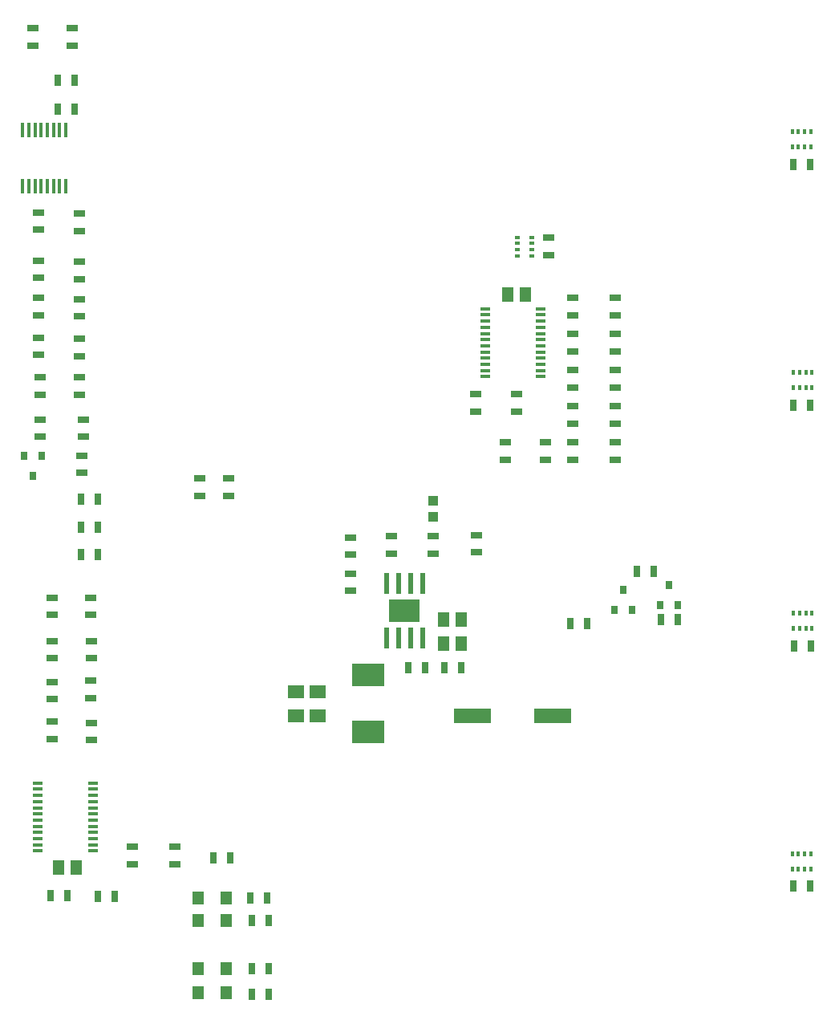
<source format=gbr>
G04 EAGLE Gerber RS-274X export*
G75*
%MOMM*%
%FSLAX34Y34*%
%LPD*%
%INSolderpaste Top*%
%IPPOS*%
%AMOC8*
5,1,8,0,0,1.08239X$1,22.5*%
G01*
%ADD10R,1.200000X0.800000*%
%ADD11R,1.200000X1.400000*%
%ADD12R,0.800000X1.200000*%
%ADD13R,0.990600X0.304800*%
%ADD14R,1.300000X1.500000*%
%ADD15R,0.400000X1.600000*%
%ADD16R,0.800000X0.900000*%
%ADD17R,0.350000X0.500000*%
%ADD18R,0.500000X0.350000*%
%ADD19R,3.900000X1.600000*%
%ADD20R,0.533400X2.199641*%
%ADD21R,0.609600X2.209800*%
%ADD22R,0.497841X2.199641*%
%ADD23R,3.200400X2.387600*%
%ADD24R,1.000000X1.100000*%
%ADD25R,3.500000X2.350000*%
%ADD26R,1.800000X1.400000*%


D10*
X43180Y16400D03*
X43180Y34400D03*
X12700Y16400D03*
X12700Y34400D03*
D11*
X10400Y-407670D03*
X40400Y-407670D03*
D12*
X83930Y-407670D03*
X65930Y-407670D03*
X421750Y-118110D03*
X403750Y-118110D03*
X638700Y-394970D03*
X656700Y-394970D03*
X639970Y-142240D03*
X657970Y-142240D03*
X638700Y111760D03*
X656700Y111760D03*
X638700Y365760D03*
X656700Y365760D03*
D10*
X381000Y288400D03*
X381000Y270400D03*
D13*
X372078Y142050D03*
X372078Y148550D03*
X372078Y155050D03*
X372078Y161550D03*
X372078Y168050D03*
X372078Y174550D03*
X372078Y181050D03*
X372078Y187550D03*
X372078Y194050D03*
X372078Y200550D03*
X313722Y200550D03*
X313722Y194050D03*
X313722Y187550D03*
X313722Y181050D03*
X313722Y174550D03*
X313722Y168050D03*
X313722Y161550D03*
X313722Y155050D03*
X313722Y148550D03*
X313722Y142050D03*
X372078Y207050D03*
X313722Y207050D03*
X372078Y213550D03*
X313722Y213550D03*
D14*
X337210Y228600D03*
X356210Y228600D03*
D10*
X450850Y72500D03*
X450850Y54500D03*
X406400Y72500D03*
X406400Y54500D03*
X450850Y110600D03*
X450850Y92600D03*
X406400Y110600D03*
X406400Y92600D03*
X450850Y148700D03*
X450850Y130700D03*
X406400Y148700D03*
X406400Y130700D03*
X450850Y186800D03*
X450850Y168800D03*
X406400Y186800D03*
X406400Y168800D03*
X450850Y224900D03*
X450850Y206900D03*
X406400Y224900D03*
X406400Y206900D03*
X346710Y123300D03*
X346710Y105300D03*
X335280Y72500D03*
X335280Y54500D03*
X303530Y123300D03*
X303530Y105300D03*
X377190Y54500D03*
X377190Y72500D03*
D13*
X-158718Y-286830D03*
X-158718Y-293330D03*
X-158718Y-299830D03*
X-158718Y-306330D03*
X-158718Y-312830D03*
X-158718Y-319330D03*
X-158718Y-325830D03*
X-158718Y-332330D03*
X-158718Y-338830D03*
X-158718Y-345330D03*
X-100362Y-345330D03*
X-100362Y-338830D03*
X-100362Y-332330D03*
X-100362Y-325830D03*
X-100362Y-319330D03*
X-100362Y-312830D03*
X-100362Y-306330D03*
X-100362Y-299830D03*
X-100362Y-293330D03*
X-100362Y-286830D03*
X-158718Y-351830D03*
X-100362Y-351830D03*
X-158718Y-358330D03*
X-100362Y-358330D03*
D14*
X-117500Y-375920D03*
X-136500Y-375920D03*
D10*
X-143510Y-155050D03*
X-143510Y-137050D03*
X-101600Y-155050D03*
X-101600Y-137050D03*
X-143510Y-240140D03*
X-143510Y-222140D03*
X-101600Y-241410D03*
X-101600Y-223410D03*
X-143510Y-198230D03*
X-143510Y-180230D03*
X-102870Y-196960D03*
X-102870Y-178960D03*
X-102870Y-109330D03*
X-102870Y-91330D03*
X-143510Y-109330D03*
X-143510Y-91330D03*
D12*
X-95360Y-406400D03*
X-77360Y-406400D03*
D10*
X-13970Y-372220D03*
X-13970Y-354220D03*
X-58420Y-372220D03*
X-58420Y-354220D03*
D12*
X-126890Y-405130D03*
X-144890Y-405130D03*
D15*
X-128880Y401880D03*
X-135380Y401880D03*
X-141880Y401880D03*
X-148380Y401880D03*
X-154880Y401880D03*
X-161380Y401880D03*
X-167880Y401880D03*
X-174380Y401880D03*
X-174380Y342880D03*
X-167880Y342880D03*
X-161380Y342880D03*
X-154880Y342880D03*
X-148380Y342880D03*
X-141880Y342880D03*
X-135380Y342880D03*
X-128880Y342880D03*
D16*
X-154330Y58260D03*
X-173330Y58260D03*
X-163830Y37260D03*
D10*
X-114300Y313800D03*
X-114300Y295800D03*
D12*
X-137270Y454660D03*
X-119270Y454660D03*
D10*
X-157480Y182990D03*
X-157480Y164990D03*
X-114300Y181720D03*
X-114300Y163720D03*
X-157480Y246270D03*
X-157480Y264270D03*
X-114300Y245000D03*
X-114300Y263000D03*
D12*
X-137270Y424180D03*
X-119270Y424180D03*
D10*
X-157480Y315070D03*
X-157480Y297070D03*
X-157480Y206900D03*
X-157480Y224900D03*
X-114300Y205630D03*
X-114300Y223630D03*
X-163830Y509380D03*
X-163830Y491380D03*
X-121920Y491380D03*
X-121920Y509380D03*
D12*
X-113140Y12700D03*
X-95140Y12700D03*
X-113140Y-16510D03*
X-95140Y-16510D03*
X-113140Y-45720D03*
X-95140Y-45720D03*
D17*
X637950Y-361860D03*
X644450Y-361860D03*
X650950Y-361860D03*
X657450Y-361860D03*
X657450Y-377360D03*
X650950Y-377360D03*
X644450Y-377360D03*
X637950Y-377360D03*
X639220Y-107860D03*
X645720Y-107860D03*
X652220Y-107860D03*
X658720Y-107860D03*
X658720Y-123360D03*
X652220Y-123360D03*
X645720Y-123360D03*
X639220Y-123360D03*
D18*
X347890Y269650D03*
X347890Y276150D03*
X347890Y282650D03*
X347890Y289150D03*
X363390Y289150D03*
X363390Y282650D03*
X363390Y276150D03*
X363390Y269650D03*
D17*
X639220Y146140D03*
X645720Y146140D03*
X652220Y146140D03*
X658720Y146140D03*
X658720Y130640D03*
X652220Y130640D03*
X645720Y130640D03*
X639220Y130640D03*
X637950Y400140D03*
X644450Y400140D03*
X650950Y400140D03*
X657450Y400140D03*
X657450Y384640D03*
X650950Y384640D03*
X644450Y384640D03*
X637950Y384640D03*
D10*
X-111760Y58530D03*
X-111760Y40530D03*
D19*
X385400Y-215900D03*
X300400Y-215900D03*
D10*
X-114300Y123080D03*
X-114300Y141080D03*
X-110490Y78630D03*
X-110490Y96630D03*
X-156210Y123080D03*
X-156210Y141080D03*
X-156210Y78630D03*
X-156210Y96630D03*
D11*
X10400Y-508000D03*
X40400Y-508000D03*
D12*
X85200Y-509270D03*
X67200Y-509270D03*
D11*
X10400Y-431800D03*
X40400Y-431800D03*
D12*
X85200Y-431800D03*
X67200Y-431800D03*
D11*
X10400Y-482600D03*
X40400Y-482600D03*
D12*
X85200Y-482600D03*
X67200Y-482600D03*
X26560Y-365760D03*
X44560Y-365760D03*
D16*
X450240Y-103980D03*
X469240Y-103980D03*
X459740Y-82980D03*
X498500Y-98900D03*
X517500Y-98900D03*
X508000Y-77900D03*
D12*
X491600Y-63500D03*
X473600Y-63500D03*
X517000Y-114300D03*
X499000Y-114300D03*
D20*
X247650Y-76454D03*
D21*
X234950Y-76454D03*
D22*
X222250Y-76454D03*
X209550Y-76454D03*
X209550Y-133604D03*
X222250Y-133604D03*
X234950Y-133604D03*
X247650Y-133604D03*
D23*
X228600Y-104902D03*
D12*
X250300Y-165100D03*
X232300Y-165100D03*
D14*
X269900Y-114300D03*
X288900Y-114300D03*
X269900Y-139700D03*
X288900Y-139700D03*
D12*
X270400Y-165100D03*
X288400Y-165100D03*
D10*
X171450Y-45830D03*
X171450Y-27830D03*
X259080Y-44560D03*
X259080Y-26560D03*
X214630Y-44560D03*
X214630Y-26560D03*
X171450Y-83930D03*
X171450Y-65930D03*
D24*
X259080Y-5960D03*
X259080Y11040D03*
D10*
X304800Y-25290D03*
X304800Y-43290D03*
D25*
X190700Y-172950D03*
X190700Y-232950D03*
D26*
X137160Y-190500D03*
X137160Y-215900D03*
X114300Y-190500D03*
X114300Y-215900D03*
M02*

</source>
